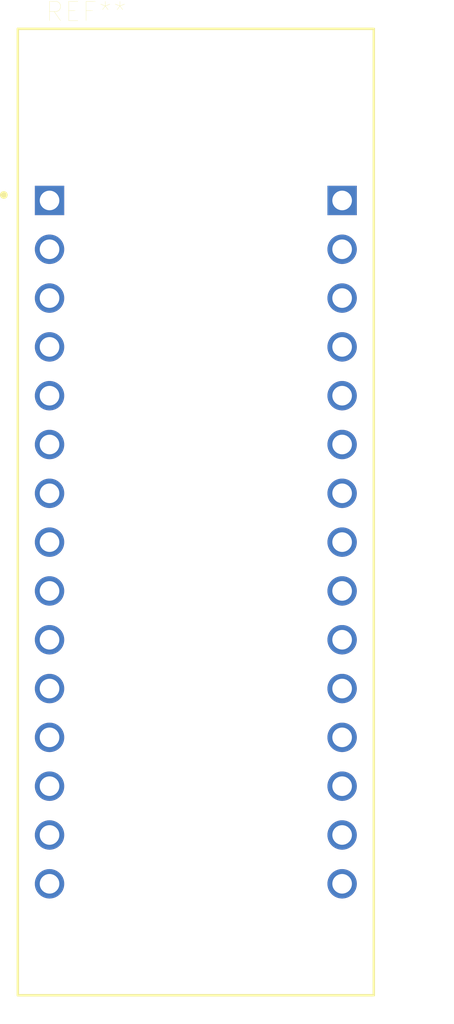
<source format=kicad_pcb>
(kicad_pcb (version 20171130) (host pcbnew 5.1.7)

  (general
    (thickness 1.6)
    (drawings 0)
    (tracks 0)
    (zones 0)
    (modules 1)
    (nets 1)
  )

  (page A4)
  (layers
    (0 F.Cu signal)
    (31 B.Cu signal)
    (32 B.Adhes user)
    (33 F.Adhes user)
    (34 B.Paste user)
    (35 F.Paste user)
    (36 B.SilkS user)
    (37 F.SilkS user)
    (38 B.Mask user)
    (39 F.Mask user)
    (40 Dwgs.User user)
    (41 Cmts.User user)
    (42 Eco1.User user)
    (43 Eco2.User user)
    (44 Edge.Cuts user)
    (45 Margin user)
    (46 B.CrtYd user)
    (47 F.CrtYd user)
    (48 B.Fab user)
    (49 F.Fab user)
  )

  (setup
    (last_trace_width 0.25)
    (trace_clearance 0.2)
    (zone_clearance 0.508)
    (zone_45_only no)
    (trace_min 0.2)
    (via_size 0.8)
    (via_drill 0.4)
    (via_min_size 0.4)
    (via_min_drill 0.3)
    (uvia_size 0.3)
    (uvia_drill 0.1)
    (uvias_allowed no)
    (uvia_min_size 0.2)
    (uvia_min_drill 0.1)
    (edge_width 0.05)
    (segment_width 0.2)
    (pcb_text_width 0.3)
    (pcb_text_size 1.5 1.5)
    (mod_edge_width 0.12)
    (mod_text_size 1 1)
    (mod_text_width 0.15)
    (pad_size 1.524 1.524)
    (pad_drill 0.762)
    (pad_to_mask_clearance 0)
    (aux_axis_origin 0 0)
    (visible_elements FFFFFF7F)
    (pcbplotparams
      (layerselection 0x010fc_ffffffff)
      (usegerberextensions false)
      (usegerberattributes true)
      (usegerberadvancedattributes true)
      (creategerberjobfile true)
      (excludeedgelayer true)
      (linewidth 0.100000)
      (plotframeref false)
      (viasonmask false)
      (mode 1)
      (useauxorigin false)
      (hpglpennumber 1)
      (hpglpenspeed 20)
      (hpglpendiameter 15.000000)
      (psnegative false)
      (psa4output false)
      (plotreference true)
      (plotvalue true)
      (plotinvisibletext false)
      (padsonsilk false)
      (subtractmaskfromsilk false)
      (outputformat 1)
      (mirror false)
      (drillshape 1)
      (scaleselection 1)
      (outputdirectory ""))
  )

  (net 0 "")

  (net_class Default "This is the default net class."
    (clearance 0.2)
    (trace_width 0.25)
    (via_dia 0.8)
    (via_drill 0.4)
    (uvia_dia 0.3)
    (uvia_drill 0.1)
  )

  (module NUCLEO-L432KC:MODULE_NUCLEO-L432KC (layer F.Cu) (tedit 5F98336C) (tstamp 5FA16CDB)
    (at 133.35 95.25)
    (fp_text reference REF** (at -5.715 -26.035) (layer F.SilkS)
      (effects (font (size 1 1) (thickness 0.015)))
    )
    (fp_text value MODULE_NUCLEO-L432KC (at 3.81 26.035) (layer F.Fab)
      (effects (font (size 1 1) (thickness 0.015)))
    )
    (fp_line (start -9.27 -25.145) (end 9.27 -25.145) (layer F.Fab) (width 0.127))
    (fp_line (start 9.27 -25.145) (end 9.27 25.145) (layer F.Fab) (width 0.127))
    (fp_line (start 9.27 25.145) (end -9.27 25.145) (layer F.Fab) (width 0.127))
    (fp_line (start -9.27 25.145) (end -9.27 -25.145) (layer F.Fab) (width 0.127))
    (fp_line (start -9.27 -25.145) (end 9.27 -25.145) (layer F.SilkS) (width 0.127))
    (fp_line (start -9.27 25.145) (end -9.27 -25.145) (layer F.SilkS) (width 0.127))
    (fp_line (start 9.27 -25.145) (end 9.27 25.145) (layer F.SilkS) (width 0.127))
    (fp_line (start 9.27 25.145) (end -9.27 25.145) (layer F.SilkS) (width 0.127))
    (fp_circle (center -10 -16.5) (end -9.9 -16.5) (layer F.SilkS) (width 0.2))
    (fp_circle (center -10 -16.5) (end -9.9 -16.5) (layer F.Fab) (width 0.2))
    (fp_line (start -9.52 -25.395) (end 9.52 -25.395) (layer F.CrtYd) (width 0.05))
    (fp_line (start 9.52 -25.395) (end 9.52 25.395) (layer F.CrtYd) (width 0.05))
    (fp_line (start 9.52 25.395) (end -9.52 25.395) (layer F.CrtYd) (width 0.05))
    (fp_line (start -9.52 25.395) (end -9.52 -25.395) (layer F.CrtYd) (width 0.05))
    (pad CN4_1 thru_hole rect (at 7.62 -16.215) (size 1.53 1.53) (drill 1.02) (layers *.Cu *.Mask))
    (pad CN4_2 thru_hole circle (at 7.62 -13.675) (size 1.53 1.53) (drill 1.02) (layers *.Cu *.Mask))
    (pad CN4_3 thru_hole circle (at 7.62 -11.135) (size 1.53 1.53) (drill 1.02) (layers *.Cu *.Mask))
    (pad CN4_4 thru_hole circle (at 7.62 -8.595) (size 1.53 1.53) (drill 1.02) (layers *.Cu *.Mask))
    (pad CN4_5 thru_hole circle (at 7.62 -6.055) (size 1.53 1.53) (drill 1.02) (layers *.Cu *.Mask))
    (pad CN4_6 thru_hole circle (at 7.62 -3.515) (size 1.53 1.53) (drill 1.02) (layers *.Cu *.Mask))
    (pad CN4_7 thru_hole circle (at 7.62 -0.975) (size 1.53 1.53) (drill 1.02) (layers *.Cu *.Mask))
    (pad CN4_8 thru_hole circle (at 7.62 1.565) (size 1.53 1.53) (drill 1.02) (layers *.Cu *.Mask))
    (pad CN4_9 thru_hole circle (at 7.62 4.105) (size 1.53 1.53) (drill 1.02) (layers *.Cu *.Mask))
    (pad CN4_10 thru_hole circle (at 7.62 6.645) (size 1.53 1.53) (drill 1.02) (layers *.Cu *.Mask))
    (pad CN4_11 thru_hole circle (at 7.62 9.185) (size 1.53 1.53) (drill 1.02) (layers *.Cu *.Mask))
    (pad CN4_12 thru_hole circle (at 7.62 11.725) (size 1.53 1.53) (drill 1.02) (layers *.Cu *.Mask))
    (pad CN4_13 thru_hole circle (at 7.62 14.265) (size 1.53 1.53) (drill 1.02) (layers *.Cu *.Mask))
    (pad CN4_14 thru_hole circle (at 7.62 16.805) (size 1.53 1.53) (drill 1.02) (layers *.Cu *.Mask))
    (pad CN4_15 thru_hole circle (at 7.62 19.345) (size 1.53 1.53) (drill 1.02) (layers *.Cu *.Mask))
    (pad CN3_1 thru_hole rect (at -7.62 -16.215) (size 1.53 1.53) (drill 1.02) (layers *.Cu *.Mask))
    (pad CN3_2 thru_hole circle (at -7.62 -13.675) (size 1.53 1.53) (drill 1.02) (layers *.Cu *.Mask))
    (pad CN3_3 thru_hole circle (at -7.62 -11.135) (size 1.53 1.53) (drill 1.02) (layers *.Cu *.Mask))
    (pad CN3_4 thru_hole circle (at -7.62 -8.595) (size 1.53 1.53) (drill 1.02) (layers *.Cu *.Mask))
    (pad CN3_5 thru_hole circle (at -7.62 -6.055) (size 1.53 1.53) (drill 1.02) (layers *.Cu *.Mask))
    (pad CN3_6 thru_hole circle (at -7.62 -3.515) (size 1.53 1.53) (drill 1.02) (layers *.Cu *.Mask))
    (pad CN3_7 thru_hole circle (at -7.62 -0.975) (size 1.53 1.53) (drill 1.02) (layers *.Cu *.Mask))
    (pad CN3_8 thru_hole circle (at -7.62 1.565) (size 1.53 1.53) (drill 1.02) (layers *.Cu *.Mask))
    (pad CN3_9 thru_hole circle (at -7.62 4.105) (size 1.53 1.53) (drill 1.02) (layers *.Cu *.Mask))
    (pad CN3_10 thru_hole circle (at -7.62 6.645) (size 1.53 1.53) (drill 1.02) (layers *.Cu *.Mask))
    (pad CN3_11 thru_hole circle (at -7.62 9.185) (size 1.53 1.53) (drill 1.02) (layers *.Cu *.Mask))
    (pad CN3_12 thru_hole circle (at -7.62 11.725) (size 1.53 1.53) (drill 1.02) (layers *.Cu *.Mask))
    (pad CN3_13 thru_hole circle (at -7.62 14.265) (size 1.53 1.53) (drill 1.02) (layers *.Cu *.Mask))
    (pad CN3_14 thru_hole circle (at -7.62 16.805) (size 1.53 1.53) (drill 1.02) (layers *.Cu *.Mask))
    (pad CN3_15 thru_hole circle (at -7.62 19.345) (size 1.53 1.53) (drill 1.02) (layers *.Cu *.Mask))
  )

)

</source>
